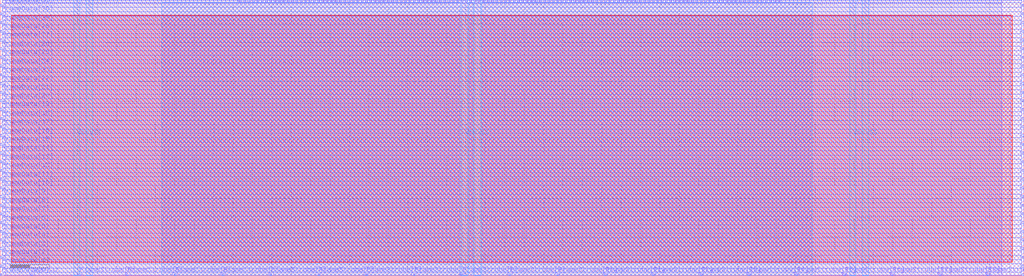
<source format=lef>
VERSION 5.7 ;
  NOWIREEXTENSIONATPIN ON ;
  DIVIDERCHAR "/" ;
  BUSBITCHARS "[]" ;
MACRO S_term_DSP
  CLASS BLOCK ;
  FOREIGN S_term_DSP ;
  ORIGIN 0.000 0.000 ;
  SIZE 263.760 BY 71.120 ;
  PIN FrameData[0]
    DIRECTION INPUT ;
    USE SIGNAL ;
    ANTENNAGATEAREA 1.102000 ;
    ANTENNADIFFAREA 0.410400 ;
    PORT
      LAYER Metal3 ;
        RECT 0.000 0.000 0.560 0.560 ;
    END
  END FrameData[0]
  PIN FrameData[10]
    DIRECTION INPUT ;
    USE SIGNAL ;
    ANTENNAGATEAREA 1.102000 ;
    ANTENNADIFFAREA 0.410400 ;
    PORT
      LAYER Metal3 ;
        RECT 0.000 22.400 0.560 22.960 ;
    END
  END FrameData[10]
  PIN FrameData[11]
    DIRECTION INPUT ;
    USE SIGNAL ;
    ANTENNAGATEAREA 1.102000 ;
    ANTENNADIFFAREA 0.410400 ;
    PORT
      LAYER Metal3 ;
        RECT 0.000 24.640 0.560 25.200 ;
    END
  END FrameData[11]
  PIN FrameData[12]
    DIRECTION INPUT ;
    USE SIGNAL ;
    ANTENNAGATEAREA 1.102000 ;
    ANTENNADIFFAREA 0.410400 ;
    PORT
      LAYER Metal3 ;
        RECT 0.000 26.880 0.560 27.440 ;
    END
  END FrameData[12]
  PIN FrameData[13]
    DIRECTION INPUT ;
    USE SIGNAL ;
    ANTENNAGATEAREA 1.102000 ;
    ANTENNADIFFAREA 0.410400 ;
    PORT
      LAYER Metal3 ;
        RECT 0.000 29.120 0.560 29.680 ;
    END
  END FrameData[13]
  PIN FrameData[14]
    DIRECTION INPUT ;
    USE SIGNAL ;
    ANTENNAGATEAREA 1.102000 ;
    ANTENNADIFFAREA 0.410400 ;
    PORT
      LAYER Metal3 ;
        RECT 0.000 31.360 0.560 31.920 ;
    END
  END FrameData[14]
  PIN FrameData[15]
    DIRECTION INPUT ;
    USE SIGNAL ;
    ANTENNAGATEAREA 1.102000 ;
    ANTENNADIFFAREA 0.410400 ;
    PORT
      LAYER Metal3 ;
        RECT 0.000 33.600 0.560 34.160 ;
    END
  END FrameData[15]
  PIN FrameData[16]
    DIRECTION INPUT ;
    USE SIGNAL ;
    ANTENNAGATEAREA 1.102000 ;
    ANTENNADIFFAREA 0.410400 ;
    PORT
      LAYER Metal3 ;
        RECT 0.000 35.840 0.560 36.400 ;
    END
  END FrameData[16]
  PIN FrameData[17]
    DIRECTION INPUT ;
    USE SIGNAL ;
    ANTENNAGATEAREA 1.102000 ;
    ANTENNADIFFAREA 0.410400 ;
    PORT
      LAYER Metal3 ;
        RECT 0.000 38.080 0.560 38.640 ;
    END
  END FrameData[17]
  PIN FrameData[18]
    DIRECTION INPUT ;
    USE SIGNAL ;
    ANTENNAGATEAREA 1.102000 ;
    ANTENNADIFFAREA 0.410400 ;
    PORT
      LAYER Metal3 ;
        RECT 0.000 40.320 0.560 40.880 ;
    END
  END FrameData[18]
  PIN FrameData[19]
    DIRECTION INPUT ;
    USE SIGNAL ;
    ANTENNAGATEAREA 1.102000 ;
    ANTENNADIFFAREA 0.410400 ;
    PORT
      LAYER Metal3 ;
        RECT 0.000 42.560 0.560 43.120 ;
    END
  END FrameData[19]
  PIN FrameData[1]
    DIRECTION INPUT ;
    USE SIGNAL ;
    ANTENNAGATEAREA 1.102000 ;
    ANTENNADIFFAREA 0.410400 ;
    PORT
      LAYER Metal3 ;
        RECT 0.000 2.240 0.560 2.800 ;
    END
  END FrameData[1]
  PIN FrameData[20]
    DIRECTION INPUT ;
    USE SIGNAL ;
    ANTENNAGATEAREA 1.102000 ;
    ANTENNADIFFAREA 0.410400 ;
    PORT
      LAYER Metal3 ;
        RECT 0.000 44.800 0.560 45.360 ;
    END
  END FrameData[20]
  PIN FrameData[21]
    DIRECTION INPUT ;
    USE SIGNAL ;
    ANTENNAGATEAREA 1.102000 ;
    ANTENNADIFFAREA 0.410400 ;
    PORT
      LAYER Metal3 ;
        RECT 0.000 47.040 0.560 47.600 ;
    END
  END FrameData[21]
  PIN FrameData[22]
    DIRECTION INPUT ;
    USE SIGNAL ;
    ANTENNAGATEAREA 1.102000 ;
    ANTENNADIFFAREA 0.410400 ;
    PORT
      LAYER Metal3 ;
        RECT 0.000 49.280 0.560 49.840 ;
    END
  END FrameData[22]
  PIN FrameData[23]
    DIRECTION INPUT ;
    USE SIGNAL ;
    ANTENNAGATEAREA 1.102000 ;
    ANTENNADIFFAREA 0.410400 ;
    PORT
      LAYER Metal3 ;
        RECT 0.000 51.520 0.560 52.080 ;
    END
  END FrameData[23]
  PIN FrameData[24]
    DIRECTION INPUT ;
    USE SIGNAL ;
    ANTENNAGATEAREA 1.102000 ;
    ANTENNADIFFAREA 0.410400 ;
    PORT
      LAYER Metal3 ;
        RECT 0.000 53.760 0.560 54.320 ;
    END
  END FrameData[24]
  PIN FrameData[25]
    DIRECTION INPUT ;
    USE SIGNAL ;
    ANTENNAGATEAREA 1.102000 ;
    ANTENNADIFFAREA 0.410400 ;
    PORT
      LAYER Metal3 ;
        RECT 0.000 56.000 0.560 56.560 ;
    END
  END FrameData[25]
  PIN FrameData[26]
    DIRECTION INPUT ;
    USE SIGNAL ;
    ANTENNAGATEAREA 1.102000 ;
    ANTENNADIFFAREA 0.410400 ;
    PORT
      LAYER Metal3 ;
        RECT 0.000 58.240 0.560 58.800 ;
    END
  END FrameData[26]
  PIN FrameData[27]
    DIRECTION INPUT ;
    USE SIGNAL ;
    ANTENNAGATEAREA 1.102000 ;
    ANTENNADIFFAREA 0.410400 ;
    PORT
      LAYER Metal3 ;
        RECT 0.000 60.480 0.560 61.040 ;
    END
  END FrameData[27]
  PIN FrameData[28]
    DIRECTION INPUT ;
    USE SIGNAL ;
    ANTENNAGATEAREA 1.102000 ;
    ANTENNADIFFAREA 0.410400 ;
    PORT
      LAYER Metal3 ;
        RECT 0.000 62.720 0.560 63.280 ;
    END
  END FrameData[28]
  PIN FrameData[29]
    DIRECTION INPUT ;
    USE SIGNAL ;
    ANTENNAGATEAREA 1.102000 ;
    ANTENNADIFFAREA 0.410400 ;
    PORT
      LAYER Metal3 ;
        RECT 0.000 64.960 0.560 65.520 ;
    END
  END FrameData[29]
  PIN FrameData[2]
    DIRECTION INPUT ;
    USE SIGNAL ;
    ANTENNAGATEAREA 1.102000 ;
    ANTENNADIFFAREA 0.410400 ;
    PORT
      LAYER Metal3 ;
        RECT 0.000 4.480 0.560 5.040 ;
    END
  END FrameData[2]
  PIN FrameData[30]
    DIRECTION INPUT ;
    USE SIGNAL ;
    ANTENNAGATEAREA 1.102000 ;
    ANTENNADIFFAREA 0.410400 ;
    PORT
      LAYER Metal3 ;
        RECT 0.000 67.200 0.560 67.760 ;
    END
  END FrameData[30]
  PIN FrameData[31]
    DIRECTION INPUT ;
    USE SIGNAL ;
    ANTENNAGATEAREA 1.102000 ;
    ANTENNADIFFAREA 0.410400 ;
    PORT
      LAYER Metal3 ;
        RECT 0.000 69.440 0.560 70.000 ;
    END
  END FrameData[31]
  PIN FrameData[3]
    DIRECTION INPUT ;
    USE SIGNAL ;
    ANTENNAGATEAREA 1.102000 ;
    ANTENNADIFFAREA 0.410400 ;
    PORT
      LAYER Metal3 ;
        RECT 0.000 6.720 0.560 7.280 ;
    END
  END FrameData[3]
  PIN FrameData[4]
    DIRECTION INPUT ;
    USE SIGNAL ;
    ANTENNAGATEAREA 1.102000 ;
    ANTENNADIFFAREA 0.410400 ;
    PORT
      LAYER Metal3 ;
        RECT 0.000 8.960 0.560 9.520 ;
    END
  END FrameData[4]
  PIN FrameData[5]
    DIRECTION INPUT ;
    USE SIGNAL ;
    ANTENNAGATEAREA 1.102000 ;
    ANTENNADIFFAREA 0.410400 ;
    PORT
      LAYER Metal3 ;
        RECT 0.000 11.200 0.560 11.760 ;
    END
  END FrameData[5]
  PIN FrameData[6]
    DIRECTION INPUT ;
    USE SIGNAL ;
    ANTENNAGATEAREA 1.102000 ;
    ANTENNADIFFAREA 0.410400 ;
    PORT
      LAYER Metal3 ;
        RECT 0.000 13.440 0.560 14.000 ;
    END
  END FrameData[6]
  PIN FrameData[7]
    DIRECTION INPUT ;
    USE SIGNAL ;
    ANTENNAGATEAREA 1.102000 ;
    ANTENNADIFFAREA 0.410400 ;
    PORT
      LAYER Metal3 ;
        RECT 0.000 15.680 0.560 16.240 ;
    END
  END FrameData[7]
  PIN FrameData[8]
    DIRECTION INPUT ;
    USE SIGNAL ;
    ANTENNAGATEAREA 1.102000 ;
    ANTENNADIFFAREA 0.410400 ;
    PORT
      LAYER Metal3 ;
        RECT 0.000 17.920 0.560 18.480 ;
    END
  END FrameData[8]
  PIN FrameData[9]
    DIRECTION INPUT ;
    USE SIGNAL ;
    ANTENNAGATEAREA 1.102000 ;
    ANTENNADIFFAREA 0.410400 ;
    PORT
      LAYER Metal3 ;
        RECT 0.000 20.160 0.560 20.720 ;
    END
  END FrameData[9]
  PIN FrameData_O[0]
    DIRECTION OUTPUT ;
    USE SIGNAL ;
    ANTENNADIFFAREA 2.365600 ;
    PORT
      LAYER Metal3 ;
        RECT 263.200 0.000 263.760 0.560 ;
    END
  END FrameData_O[0]
  PIN FrameData_O[10]
    DIRECTION OUTPUT ;
    USE SIGNAL ;
    ANTENNADIFFAREA 2.365600 ;
    PORT
      LAYER Metal3 ;
        RECT 263.200 22.400 263.760 22.960 ;
    END
  END FrameData_O[10]
  PIN FrameData_O[11]
    DIRECTION OUTPUT ;
    USE SIGNAL ;
    ANTENNADIFFAREA 2.365600 ;
    PORT
      LAYER Metal3 ;
        RECT 263.200 24.640 263.760 25.200 ;
    END
  END FrameData_O[11]
  PIN FrameData_O[12]
    DIRECTION OUTPUT ;
    USE SIGNAL ;
    ANTENNADIFFAREA 2.365600 ;
    PORT
      LAYER Metal3 ;
        RECT 263.200 26.880 263.760 27.440 ;
    END
  END FrameData_O[12]
  PIN FrameData_O[13]
    DIRECTION OUTPUT ;
    USE SIGNAL ;
    ANTENNADIFFAREA 2.365600 ;
    PORT
      LAYER Metal3 ;
        RECT 263.200 29.120 263.760 29.680 ;
    END
  END FrameData_O[13]
  PIN FrameData_O[14]
    DIRECTION OUTPUT ;
    USE SIGNAL ;
    ANTENNADIFFAREA 2.365600 ;
    PORT
      LAYER Metal3 ;
        RECT 263.200 31.360 263.760 31.920 ;
    END
  END FrameData_O[14]
  PIN FrameData_O[15]
    DIRECTION OUTPUT ;
    USE SIGNAL ;
    ANTENNADIFFAREA 2.365600 ;
    PORT
      LAYER Metal3 ;
        RECT 263.200 33.600 263.760 34.160 ;
    END
  END FrameData_O[15]
  PIN FrameData_O[16]
    DIRECTION OUTPUT ;
    USE SIGNAL ;
    ANTENNADIFFAREA 2.365600 ;
    PORT
      LAYER Metal3 ;
        RECT 263.200 35.840 263.760 36.400 ;
    END
  END FrameData_O[16]
  PIN FrameData_O[17]
    DIRECTION OUTPUT ;
    USE SIGNAL ;
    ANTENNADIFFAREA 2.365600 ;
    PORT
      LAYER Metal3 ;
        RECT 263.200 38.080 263.760 38.640 ;
    END
  END FrameData_O[17]
  PIN FrameData_O[18]
    DIRECTION OUTPUT ;
    USE SIGNAL ;
    ANTENNADIFFAREA 2.365600 ;
    PORT
      LAYER Metal3 ;
        RECT 263.200 40.320 263.760 40.880 ;
    END
  END FrameData_O[18]
  PIN FrameData_O[19]
    DIRECTION OUTPUT ;
    USE SIGNAL ;
    ANTENNADIFFAREA 2.365600 ;
    PORT
      LAYER Metal3 ;
        RECT 263.200 42.560 263.760 43.120 ;
    END
  END FrameData_O[19]
  PIN FrameData_O[1]
    DIRECTION OUTPUT ;
    USE SIGNAL ;
    ANTENNADIFFAREA 2.365600 ;
    PORT
      LAYER Metal3 ;
        RECT 263.200 2.240 263.760 2.800 ;
    END
  END FrameData_O[1]
  PIN FrameData_O[20]
    DIRECTION OUTPUT ;
    USE SIGNAL ;
    ANTENNADIFFAREA 2.365600 ;
    PORT
      LAYER Metal3 ;
        RECT 263.200 44.800 263.760 45.360 ;
    END
  END FrameData_O[20]
  PIN FrameData_O[21]
    DIRECTION OUTPUT ;
    USE SIGNAL ;
    ANTENNADIFFAREA 2.365600 ;
    PORT
      LAYER Metal3 ;
        RECT 263.200 47.040 263.760 47.600 ;
    END
  END FrameData_O[21]
  PIN FrameData_O[22]
    DIRECTION OUTPUT ;
    USE SIGNAL ;
    ANTENNADIFFAREA 2.365600 ;
    PORT
      LAYER Metal3 ;
        RECT 263.200 49.280 263.760 49.840 ;
    END
  END FrameData_O[22]
  PIN FrameData_O[23]
    DIRECTION OUTPUT ;
    USE SIGNAL ;
    ANTENNADIFFAREA 2.365600 ;
    PORT
      LAYER Metal3 ;
        RECT 263.200 51.520 263.760 52.080 ;
    END
  END FrameData_O[23]
  PIN FrameData_O[24]
    DIRECTION OUTPUT ;
    USE SIGNAL ;
    ANTENNADIFFAREA 2.365600 ;
    PORT
      LAYER Metal3 ;
        RECT 263.200 53.760 263.760 54.320 ;
    END
  END FrameData_O[24]
  PIN FrameData_O[25]
    DIRECTION OUTPUT ;
    USE SIGNAL ;
    ANTENNADIFFAREA 2.365600 ;
    PORT
      LAYER Metal3 ;
        RECT 263.200 56.000 263.760 56.560 ;
    END
  END FrameData_O[25]
  PIN FrameData_O[26]
    DIRECTION OUTPUT ;
    USE SIGNAL ;
    ANTENNADIFFAREA 2.365600 ;
    PORT
      LAYER Metal3 ;
        RECT 263.200 58.240 263.760 58.800 ;
    END
  END FrameData_O[26]
  PIN FrameData_O[27]
    DIRECTION OUTPUT ;
    USE SIGNAL ;
    ANTENNADIFFAREA 2.365600 ;
    PORT
      LAYER Metal3 ;
        RECT 263.200 60.480 263.760 61.040 ;
    END
  END FrameData_O[27]
  PIN FrameData_O[28]
    DIRECTION OUTPUT ;
    USE SIGNAL ;
    ANTENNADIFFAREA 2.365600 ;
    PORT
      LAYER Metal3 ;
        RECT 263.200 62.720 263.760 63.280 ;
    END
  END FrameData_O[28]
  PIN FrameData_O[29]
    DIRECTION OUTPUT ;
    USE SIGNAL ;
    ANTENNADIFFAREA 2.365600 ;
    PORT
      LAYER Metal3 ;
        RECT 263.200 64.960 263.760 65.520 ;
    END
  END FrameData_O[29]
  PIN FrameData_O[2]
    DIRECTION OUTPUT ;
    USE SIGNAL ;
    ANTENNADIFFAREA 2.365600 ;
    PORT
      LAYER Metal3 ;
        RECT 263.200 4.480 263.760 5.040 ;
    END
  END FrameData_O[2]
  PIN FrameData_O[30]
    DIRECTION OUTPUT ;
    USE SIGNAL ;
    ANTENNADIFFAREA 2.365600 ;
    PORT
      LAYER Metal3 ;
        RECT 263.200 67.200 263.760 67.760 ;
    END
  END FrameData_O[30]
  PIN FrameData_O[31]
    DIRECTION OUTPUT ;
    USE SIGNAL ;
    ANTENNADIFFAREA 2.365600 ;
    PORT
      LAYER Metal3 ;
        RECT 263.200 69.440 263.760 70.000 ;
    END
  END FrameData_O[31]
  PIN FrameData_O[3]
    DIRECTION OUTPUT ;
    USE SIGNAL ;
    ANTENNADIFFAREA 2.365600 ;
    PORT
      LAYER Metal3 ;
        RECT 263.200 6.720 263.760 7.280 ;
    END
  END FrameData_O[3]
  PIN FrameData_O[4]
    DIRECTION OUTPUT ;
    USE SIGNAL ;
    ANTENNADIFFAREA 2.365600 ;
    PORT
      LAYER Metal3 ;
        RECT 263.200 8.960 263.760 9.520 ;
    END
  END FrameData_O[4]
  PIN FrameData_O[5]
    DIRECTION OUTPUT ;
    USE SIGNAL ;
    ANTENNADIFFAREA 2.365600 ;
    PORT
      LAYER Metal3 ;
        RECT 263.200 11.200 263.760 11.760 ;
    END
  END FrameData_O[5]
  PIN FrameData_O[6]
    DIRECTION OUTPUT ;
    USE SIGNAL ;
    ANTENNADIFFAREA 2.365600 ;
    PORT
      LAYER Metal3 ;
        RECT 263.200 13.440 263.760 14.000 ;
    END
  END FrameData_O[6]
  PIN FrameData_O[7]
    DIRECTION OUTPUT ;
    USE SIGNAL ;
    ANTENNADIFFAREA 2.365600 ;
    PORT
      LAYER Metal3 ;
        RECT 263.200 15.680 263.760 16.240 ;
    END
  END FrameData_O[7]
  PIN FrameData_O[8]
    DIRECTION OUTPUT ;
    USE SIGNAL ;
    ANTENNADIFFAREA 2.365600 ;
    PORT
      LAYER Metal3 ;
        RECT 263.200 17.920 263.760 18.480 ;
    END
  END FrameData_O[8]
  PIN FrameData_O[9]
    DIRECTION OUTPUT ;
    USE SIGNAL ;
    ANTENNADIFFAREA 2.365600 ;
    PORT
      LAYER Metal3 ;
        RECT 263.200 20.160 263.760 20.720 ;
    END
  END FrameData_O[9]
  PIN FrameStrobe[0]
    DIRECTION INPUT ;
    USE SIGNAL ;
    ANTENNAGATEAREA 1.102000 ;
    ANTENNADIFFAREA 0.410400 ;
    PORT
      LAYER Metal2 ;
        RECT 20.160 0.000 20.720 0.560 ;
    END
  END FrameStrobe[0]
  PIN FrameStrobe[10]
    DIRECTION INPUT ;
    USE SIGNAL ;
    ANTENNAGATEAREA 1.102000 ;
    ANTENNADIFFAREA 0.410400 ;
    PORT
      LAYER Metal2 ;
        RECT 143.360 0.000 143.920 0.560 ;
    END
  END FrameStrobe[10]
  PIN FrameStrobe[11]
    DIRECTION INPUT ;
    USE SIGNAL ;
    ANTENNAGATEAREA 1.102000 ;
    ANTENNADIFFAREA 0.410400 ;
    PORT
      LAYER Metal2 ;
        RECT 155.680 0.000 156.240 0.560 ;
    END
  END FrameStrobe[11]
  PIN FrameStrobe[12]
    DIRECTION INPUT ;
    USE SIGNAL ;
    ANTENNAGATEAREA 1.102000 ;
    ANTENNADIFFAREA 0.410400 ;
    PORT
      LAYER Metal2 ;
        RECT 168.000 0.000 168.560 0.560 ;
    END
  END FrameStrobe[12]
  PIN FrameStrobe[13]
    DIRECTION INPUT ;
    USE SIGNAL ;
    ANTENNAGATEAREA 1.102000 ;
    ANTENNADIFFAREA 0.410400 ;
    PORT
      LAYER Metal2 ;
        RECT 180.320 0.000 180.880 0.560 ;
    END
  END FrameStrobe[13]
  PIN FrameStrobe[14]
    DIRECTION INPUT ;
    USE SIGNAL ;
    ANTENNAGATEAREA 1.102000 ;
    ANTENNADIFFAREA 0.410400 ;
    PORT
      LAYER Metal2 ;
        RECT 192.640 0.000 193.200 0.560 ;
    END
  END FrameStrobe[14]
  PIN FrameStrobe[15]
    DIRECTION INPUT ;
    USE SIGNAL ;
    ANTENNAGATEAREA 1.102000 ;
    ANTENNADIFFAREA 0.410400 ;
    PORT
      LAYER Metal2 ;
        RECT 204.960 0.000 205.520 0.560 ;
    END
  END FrameStrobe[15]
  PIN FrameStrobe[16]
    DIRECTION INPUT ;
    USE SIGNAL ;
    ANTENNAGATEAREA 1.102000 ;
    ANTENNADIFFAREA 0.410400 ;
    PORT
      LAYER Metal2 ;
        RECT 217.280 0.000 217.840 0.560 ;
    END
  END FrameStrobe[16]
  PIN FrameStrobe[17]
    DIRECTION INPUT ;
    USE SIGNAL ;
    ANTENNAGATEAREA 1.102000 ;
    ANTENNADIFFAREA 0.410400 ;
    PORT
      LAYER Metal2 ;
        RECT 229.600 0.000 230.160 0.560 ;
    END
  END FrameStrobe[17]
  PIN FrameStrobe[18]
    DIRECTION INPUT ;
    USE SIGNAL ;
    ANTENNAGATEAREA 1.102000 ;
    ANTENNADIFFAREA 0.410400 ;
    PORT
      LAYER Metal2 ;
        RECT 241.920 0.000 242.480 0.560 ;
    END
  END FrameStrobe[18]
  PIN FrameStrobe[19]
    DIRECTION INPUT ;
    USE SIGNAL ;
    ANTENNAGATEAREA 1.102000 ;
    ANTENNADIFFAREA 0.410400 ;
    PORT
      LAYER Metal2 ;
        RECT 254.240 0.000 254.800 0.560 ;
    END
  END FrameStrobe[19]
  PIN FrameStrobe[1]
    DIRECTION INPUT ;
    USE SIGNAL ;
    ANTENNAGATEAREA 1.102000 ;
    ANTENNADIFFAREA 0.410400 ;
    PORT
      LAYER Metal2 ;
        RECT 32.480 0.000 33.040 0.560 ;
    END
  END FrameStrobe[1]
  PIN FrameStrobe[2]
    DIRECTION INPUT ;
    USE SIGNAL ;
    ANTENNAGATEAREA 1.102000 ;
    ANTENNADIFFAREA 0.410400 ;
    PORT
      LAYER Metal2 ;
        RECT 44.800 0.000 45.360 0.560 ;
    END
  END FrameStrobe[2]
  PIN FrameStrobe[3]
    DIRECTION INPUT ;
    USE SIGNAL ;
    ANTENNAGATEAREA 1.102000 ;
    ANTENNADIFFAREA 0.410400 ;
    PORT
      LAYER Metal2 ;
        RECT 57.120 0.000 57.680 0.560 ;
    END
  END FrameStrobe[3]
  PIN FrameStrobe[4]
    DIRECTION INPUT ;
    USE SIGNAL ;
    ANTENNAGATEAREA 1.102000 ;
    ANTENNADIFFAREA 0.410400 ;
    PORT
      LAYER Metal2 ;
        RECT 69.440 0.000 70.000 0.560 ;
    END
  END FrameStrobe[4]
  PIN FrameStrobe[5]
    DIRECTION INPUT ;
    USE SIGNAL ;
    ANTENNAGATEAREA 1.102000 ;
    ANTENNADIFFAREA 0.410400 ;
    PORT
      LAYER Metal2 ;
        RECT 81.760 0.000 82.320 0.560 ;
    END
  END FrameStrobe[5]
  PIN FrameStrobe[6]
    DIRECTION INPUT ;
    USE SIGNAL ;
    ANTENNAGATEAREA 1.102000 ;
    ANTENNADIFFAREA 0.410400 ;
    PORT
      LAYER Metal2 ;
        RECT 94.080 0.000 94.640 0.560 ;
    END
  END FrameStrobe[6]
  PIN FrameStrobe[7]
    DIRECTION INPUT ;
    USE SIGNAL ;
    ANTENNAGATEAREA 1.102000 ;
    ANTENNADIFFAREA 0.410400 ;
    PORT
      LAYER Metal2 ;
        RECT 106.400 0.000 106.960 0.560 ;
    END
  END FrameStrobe[7]
  PIN FrameStrobe[8]
    DIRECTION INPUT ;
    USE SIGNAL ;
    ANTENNAGATEAREA 1.102000 ;
    ANTENNADIFFAREA 0.410400 ;
    PORT
      LAYER Metal2 ;
        RECT 118.720 0.000 119.280 0.560 ;
    END
  END FrameStrobe[8]
  PIN FrameStrobe[9]
    DIRECTION INPUT ;
    USE SIGNAL ;
    ANTENNAGATEAREA 1.102000 ;
    ANTENNADIFFAREA 0.410400 ;
    PORT
      LAYER Metal2 ;
        RECT 131.040 0.000 131.600 0.560 ;
    END
  END FrameStrobe[9]
  PIN FrameStrobe_O[0]
    DIRECTION OUTPUT ;
    USE SIGNAL ;
    ANTENNADIFFAREA 2.365600 ;
    PORT
      LAYER Metal2 ;
        RECT 179.200 70.560 179.760 71.120 ;
    END
  END FrameStrobe_O[0]
  PIN FrameStrobe_O[10]
    DIRECTION OUTPUT ;
    USE SIGNAL ;
    ANTENNADIFFAREA 2.365600 ;
    PORT
      LAYER Metal2 ;
        RECT 190.400 70.560 190.960 71.120 ;
    END
  END FrameStrobe_O[10]
  PIN FrameStrobe_O[11]
    DIRECTION OUTPUT ;
    USE SIGNAL ;
    ANTENNADIFFAREA 2.365600 ;
    PORT
      LAYER Metal2 ;
        RECT 191.520 70.560 192.080 71.120 ;
    END
  END FrameStrobe_O[11]
  PIN FrameStrobe_O[12]
    DIRECTION OUTPUT ;
    USE SIGNAL ;
    ANTENNADIFFAREA 2.365600 ;
    PORT
      LAYER Metal2 ;
        RECT 192.640 70.560 193.200 71.120 ;
    END
  END FrameStrobe_O[12]
  PIN FrameStrobe_O[13]
    DIRECTION OUTPUT ;
    USE SIGNAL ;
    ANTENNADIFFAREA 2.365600 ;
    PORT
      LAYER Metal2 ;
        RECT 193.760 70.560 194.320 71.120 ;
    END
  END FrameStrobe_O[13]
  PIN FrameStrobe_O[14]
    DIRECTION OUTPUT ;
    USE SIGNAL ;
    ANTENNADIFFAREA 2.365600 ;
    PORT
      LAYER Metal2 ;
        RECT 194.880 70.560 195.440 71.120 ;
    END
  END FrameStrobe_O[14]
  PIN FrameStrobe_O[15]
    DIRECTION OUTPUT ;
    USE SIGNAL ;
    ANTENNADIFFAREA 2.365600 ;
    PORT
      LAYER Metal2 ;
        RECT 196.000 70.560 196.560 71.120 ;
    END
  END FrameStrobe_O[15]
  PIN FrameStrobe_O[16]
    DIRECTION OUTPUT ;
    USE SIGNAL ;
    ANTENNADIFFAREA 2.365600 ;
    PORT
      LAYER Metal2 ;
        RECT 197.120 70.560 197.680 71.120 ;
    END
  END FrameStrobe_O[16]
  PIN FrameStrobe_O[17]
    DIRECTION OUTPUT ;
    USE SIGNAL ;
    ANTENNADIFFAREA 2.365600 ;
    PORT
      LAYER Metal2 ;
        RECT 198.240 70.560 198.800 71.120 ;
    END
  END FrameStrobe_O[17]
  PIN FrameStrobe_O[18]
    DIRECTION OUTPUT ;
    USE SIGNAL ;
    ANTENNADIFFAREA 2.365600 ;
    PORT
      LAYER Metal2 ;
        RECT 199.360 70.560 199.920 71.120 ;
    END
  END FrameStrobe_O[18]
  PIN FrameStrobe_O[19]
    DIRECTION OUTPUT ;
    USE SIGNAL ;
    ANTENNADIFFAREA 2.365600 ;
    PORT
      LAYER Metal2 ;
        RECT 200.480 70.560 201.040 71.120 ;
    END
  END FrameStrobe_O[19]
  PIN FrameStrobe_O[1]
    DIRECTION OUTPUT ;
    USE SIGNAL ;
    ANTENNADIFFAREA 2.365600 ;
    PORT
      LAYER Metal2 ;
        RECT 180.320 70.560 180.880 71.120 ;
    END
  END FrameStrobe_O[1]
  PIN FrameStrobe_O[2]
    DIRECTION OUTPUT ;
    USE SIGNAL ;
    ANTENNADIFFAREA 2.365600 ;
    PORT
      LAYER Metal2 ;
        RECT 181.440 70.560 182.000 71.120 ;
    END
  END FrameStrobe_O[2]
  PIN FrameStrobe_O[3]
    DIRECTION OUTPUT ;
    USE SIGNAL ;
    ANTENNADIFFAREA 2.365600 ;
    PORT
      LAYER Metal2 ;
        RECT 182.560 70.560 183.120 71.120 ;
    END
  END FrameStrobe_O[3]
  PIN FrameStrobe_O[4]
    DIRECTION OUTPUT ;
    USE SIGNAL ;
    ANTENNADIFFAREA 2.365600 ;
    PORT
      LAYER Metal2 ;
        RECT 183.680 70.560 184.240 71.120 ;
    END
  END FrameStrobe_O[4]
  PIN FrameStrobe_O[5]
    DIRECTION OUTPUT ;
    USE SIGNAL ;
    ANTENNADIFFAREA 2.365600 ;
    PORT
      LAYER Metal2 ;
        RECT 184.800 70.560 185.360 71.120 ;
    END
  END FrameStrobe_O[5]
  PIN FrameStrobe_O[6]
    DIRECTION OUTPUT ;
    USE SIGNAL ;
    ANTENNADIFFAREA 2.365600 ;
    PORT
      LAYER Metal2 ;
        RECT 185.920 70.560 186.480 71.120 ;
    END
  END FrameStrobe_O[6]
  PIN FrameStrobe_O[7]
    DIRECTION OUTPUT ;
    USE SIGNAL ;
    ANTENNADIFFAREA 2.365600 ;
    PORT
      LAYER Metal2 ;
        RECT 187.040 70.560 187.600 71.120 ;
    END
  END FrameStrobe_O[7]
  PIN FrameStrobe_O[8]
    DIRECTION OUTPUT ;
    USE SIGNAL ;
    ANTENNADIFFAREA 2.365600 ;
    PORT
      LAYER Metal2 ;
        RECT 188.160 70.560 188.720 71.120 ;
    END
  END FrameStrobe_O[8]
  PIN FrameStrobe_O[9]
    DIRECTION OUTPUT ;
    USE SIGNAL ;
    ANTENNADIFFAREA 2.365600 ;
    PORT
      LAYER Metal2 ;
        RECT 189.280 70.560 189.840 71.120 ;
    END
  END FrameStrobe_O[9]
  PIN N1BEG[0]
    DIRECTION OUTPUT ;
    USE SIGNAL ;
    ANTENNADIFFAREA 2.365600 ;
    PORT
      LAYER Metal2 ;
        RECT 61.600 70.560 62.160 71.120 ;
    END
  END N1BEG[0]
  PIN N1BEG[1]
    DIRECTION OUTPUT ;
    USE SIGNAL ;
    ANTENNADIFFAREA 2.365600 ;
    PORT
      LAYER Metal2 ;
        RECT 62.720 70.560 63.280 71.120 ;
    END
  END N1BEG[1]
  PIN N1BEG[2]
    DIRECTION OUTPUT ;
    USE SIGNAL ;
    ANTENNADIFFAREA 2.365600 ;
    PORT
      LAYER Metal2 ;
        RECT 63.840 70.560 64.400 71.120 ;
    END
  END N1BEG[2]
  PIN N1BEG[3]
    DIRECTION OUTPUT ;
    USE SIGNAL ;
    ANTENNADIFFAREA 2.365600 ;
    PORT
      LAYER Metal2 ;
        RECT 64.960 70.560 65.520 71.120 ;
    END
  END N1BEG[3]
  PIN N2BEG[0]
    DIRECTION OUTPUT ;
    USE SIGNAL ;
    ANTENNADIFFAREA 2.365600 ;
    PORT
      LAYER Metal2 ;
        RECT 66.080 70.560 66.640 71.120 ;
    END
  END N2BEG[0]
  PIN N2BEG[1]
    DIRECTION OUTPUT ;
    USE SIGNAL ;
    ANTENNADIFFAREA 2.365600 ;
    PORT
      LAYER Metal2 ;
        RECT 67.200 70.560 67.760 71.120 ;
    END
  END N2BEG[1]
  PIN N2BEG[2]
    DIRECTION OUTPUT ;
    USE SIGNAL ;
    ANTENNADIFFAREA 2.365600 ;
    PORT
      LAYER Metal2 ;
        RECT 68.320 70.560 68.880 71.120 ;
    END
  END N2BEG[2]
  PIN N2BEG[3]
    DIRECTION OUTPUT ;
    USE SIGNAL ;
    ANTENNADIFFAREA 2.365600 ;
    PORT
      LAYER Metal2 ;
        RECT 69.440 70.560 70.000 71.120 ;
    END
  END N2BEG[3]
  PIN N2BEG[4]
    DIRECTION OUTPUT ;
    USE SIGNAL ;
    ANTENNADIFFAREA 2.365600 ;
    PORT
      LAYER Metal2 ;
        RECT 70.560 70.560 71.120 71.120 ;
    END
  END N2BEG[4]
  PIN N2BEG[5]
    DIRECTION OUTPUT ;
    USE SIGNAL ;
    ANTENNADIFFAREA 2.365600 ;
    PORT
      LAYER Metal2 ;
        RECT 71.680 70.560 72.240 71.120 ;
    END
  END N2BEG[5]
  PIN N2BEG[6]
    DIRECTION OUTPUT ;
    USE SIGNAL ;
    ANTENNADIFFAREA 2.365600 ;
    PORT
      LAYER Metal2 ;
        RECT 72.800 70.560 73.360 71.120 ;
    END
  END N2BEG[6]
  PIN N2BEG[7]
    DIRECTION OUTPUT ;
    USE SIGNAL ;
    ANTENNADIFFAREA 2.365600 ;
    PORT
      LAYER Metal2 ;
        RECT 73.920 70.560 74.480 71.120 ;
    END
  END N2BEG[7]
  PIN N2BEGb[0]
    DIRECTION OUTPUT ;
    USE SIGNAL ;
    ANTENNADIFFAREA 2.365600 ;
    PORT
      LAYER Metal2 ;
        RECT 75.040 70.560 75.600 71.120 ;
    END
  END N2BEGb[0]
  PIN N2BEGb[1]
    DIRECTION OUTPUT ;
    USE SIGNAL ;
    ANTENNADIFFAREA 2.365600 ;
    PORT
      LAYER Metal2 ;
        RECT 76.160 70.560 76.720 71.120 ;
    END
  END N2BEGb[1]
  PIN N2BEGb[2]
    DIRECTION OUTPUT ;
    USE SIGNAL ;
    ANTENNADIFFAREA 2.365600 ;
    PORT
      LAYER Metal2 ;
        RECT 77.280 70.560 77.840 71.120 ;
    END
  END N2BEGb[2]
  PIN N2BEGb[3]
    DIRECTION OUTPUT ;
    USE SIGNAL ;
    ANTENNADIFFAREA 2.365600 ;
    PORT
      LAYER Metal2 ;
        RECT 78.400 70.560 78.960 71.120 ;
    END
  END N2BEGb[3]
  PIN N2BEGb[4]
    DIRECTION OUTPUT ;
    USE SIGNAL ;
    ANTENNADIFFAREA 2.365600 ;
    PORT
      LAYER Metal2 ;
        RECT 79.520 70.560 80.080 71.120 ;
    END
  END N2BEGb[4]
  PIN N2BEGb[5]
    DIRECTION OUTPUT ;
    USE SIGNAL ;
    ANTENNADIFFAREA 2.365600 ;
    PORT
      LAYER Metal2 ;
        RECT 80.640 70.560 81.200 71.120 ;
    END
  END N2BEGb[5]
  PIN N2BEGb[6]
    DIRECTION OUTPUT ;
    USE SIGNAL ;
    ANTENNADIFFAREA 2.365600 ;
    PORT
      LAYER Metal2 ;
        RECT 81.760 70.560 82.320 71.120 ;
    END
  END N2BEGb[6]
  PIN N2BEGb[7]
    DIRECTION OUTPUT ;
    USE SIGNAL ;
    ANTENNADIFFAREA 2.365600 ;
    PORT
      LAYER Metal2 ;
        RECT 82.880 70.560 83.440 71.120 ;
    END
  END N2BEGb[7]
  PIN N4BEG[0]
    DIRECTION OUTPUT ;
    USE SIGNAL ;
    ANTENNADIFFAREA 2.365600 ;
    PORT
      LAYER Metal2 ;
        RECT 84.000 70.560 84.560 71.120 ;
    END
  END N4BEG[0]
  PIN N4BEG[10]
    DIRECTION OUTPUT ;
    USE SIGNAL ;
    ANTENNADIFFAREA 2.365600 ;
    PORT
      LAYER Metal2 ;
        RECT 95.200 70.560 95.760 71.120 ;
    END
  END N4BEG[10]
  PIN N4BEG[11]
    DIRECTION OUTPUT ;
    USE SIGNAL ;
    ANTENNADIFFAREA 2.365600 ;
    PORT
      LAYER Metal2 ;
        RECT 96.320 70.560 96.880 71.120 ;
    END
  END N4BEG[11]
  PIN N4BEG[12]
    DIRECTION OUTPUT ;
    USE SIGNAL ;
    ANTENNADIFFAREA 2.365600 ;
    PORT
      LAYER Metal2 ;
        RECT 97.440 70.560 98.000 71.120 ;
    END
  END N4BEG[12]
  PIN N4BEG[13]
    DIRECTION OUTPUT ;
    USE SIGNAL ;
    ANTENNADIFFAREA 2.365600 ;
    PORT
      LAYER Metal2 ;
        RECT 98.560 70.560 99.120 71.120 ;
    END
  END N4BEG[13]
  PIN N4BEG[14]
    DIRECTION OUTPUT ;
    USE SIGNAL ;
    ANTENNADIFFAREA 2.365600 ;
    PORT
      LAYER Metal2 ;
        RECT 99.680 70.560 100.240 71.120 ;
    END
  END N4BEG[14]
  PIN N4BEG[15]
    DIRECTION OUTPUT ;
    USE SIGNAL ;
    ANTENNADIFFAREA 2.365600 ;
    PORT
      LAYER Metal2 ;
        RECT 100.800 70.560 101.360 71.120 ;
    END
  END N4BEG[15]
  PIN N4BEG[1]
    DIRECTION OUTPUT ;
    USE SIGNAL ;
    ANTENNADIFFAREA 2.365600 ;
    PORT
      LAYER Metal2 ;
        RECT 85.120 70.560 85.680 71.120 ;
    END
  END N4BEG[1]
  PIN N4BEG[2]
    DIRECTION OUTPUT ;
    USE SIGNAL ;
    ANTENNADIFFAREA 2.365600 ;
    PORT
      LAYER Metal2 ;
        RECT 86.240 70.560 86.800 71.120 ;
    END
  END N4BEG[2]
  PIN N4BEG[3]
    DIRECTION OUTPUT ;
    USE SIGNAL ;
    ANTENNADIFFAREA 2.365600 ;
    PORT
      LAYER Metal2 ;
        RECT 87.360 70.560 87.920 71.120 ;
    END
  END N4BEG[3]
  PIN N4BEG[4]
    DIRECTION OUTPUT ;
    USE SIGNAL ;
    ANTENNADIFFAREA 2.365600 ;
    PORT
      LAYER Metal2 ;
        RECT 88.480 70.560 89.040 71.120 ;
    END
  END N4BEG[4]
  PIN N4BEG[5]
    DIRECTION OUTPUT ;
    USE SIGNAL ;
    ANTENNADIFFAREA 2.365600 ;
    PORT
      LAYER Metal2 ;
        RECT 89.600 70.560 90.160 71.120 ;
    END
  END N4BEG[5]
  PIN N4BEG[6]
    DIRECTION OUTPUT ;
    USE SIGNAL ;
    ANTENNADIFFAREA 2.365600 ;
    PORT
      LAYER Metal2 ;
        RECT 90.720 70.560 91.280 71.120 ;
    END
  END N4BEG[6]
  PIN N4BEG[7]
    DIRECTION OUTPUT ;
    USE SIGNAL ;
    ANTENNADIFFAREA 2.365600 ;
    PORT
      LAYER Metal2 ;
        RECT 91.840 70.560 92.400 71.120 ;
    END
  END N4BEG[7]
  PIN N4BEG[8]
    DIRECTION OUTPUT ;
    USE SIGNAL ;
    ANTENNADIFFAREA 2.365600 ;
    PORT
      LAYER Metal2 ;
        RECT 92.960 70.560 93.520 71.120 ;
    END
  END N4BEG[8]
  PIN N4BEG[9]
    DIRECTION OUTPUT ;
    USE SIGNAL ;
    ANTENNADIFFAREA 2.365600 ;
    PORT
      LAYER Metal2 ;
        RECT 94.080 70.560 94.640 71.120 ;
    END
  END N4BEG[9]
  PIN NN4BEG[0]
    DIRECTION OUTPUT ;
    USE SIGNAL ;
    ANTENNADIFFAREA 2.365600 ;
    PORT
      LAYER Metal2 ;
        RECT 101.920 70.560 102.480 71.120 ;
    END
  END NN4BEG[0]
  PIN NN4BEG[10]
    DIRECTION OUTPUT ;
    USE SIGNAL ;
    ANTENNADIFFAREA 2.365600 ;
    PORT
      LAYER Metal2 ;
        RECT 113.120 70.560 113.680 71.120 ;
    END
  END NN4BEG[10]
  PIN NN4BEG[11]
    DIRECTION OUTPUT ;
    USE SIGNAL ;
    ANTENNADIFFAREA 2.365600 ;
    PORT
      LAYER Metal2 ;
        RECT 114.240 70.560 114.800 71.120 ;
    END
  END NN4BEG[11]
  PIN NN4BEG[12]
    DIRECTION OUTPUT ;
    USE SIGNAL ;
    ANTENNADIFFAREA 2.365600 ;
    PORT
      LAYER Metal2 ;
        RECT 115.360 70.560 115.920 71.120 ;
    END
  END NN4BEG[12]
  PIN NN4BEG[13]
    DIRECTION OUTPUT ;
    USE SIGNAL ;
    ANTENNADIFFAREA 2.365600 ;
    PORT
      LAYER Metal2 ;
        RECT 116.480 70.560 117.040 71.120 ;
    END
  END NN4BEG[13]
  PIN NN4BEG[14]
    DIRECTION OUTPUT ;
    USE SIGNAL ;
    ANTENNADIFFAREA 2.365600 ;
    PORT
      LAYER Metal2 ;
        RECT 117.600 70.560 118.160 71.120 ;
    END
  END NN4BEG[14]
  PIN NN4BEG[15]
    DIRECTION OUTPUT ;
    USE SIGNAL ;
    ANTENNADIFFAREA 2.365600 ;
    PORT
      LAYER Metal2 ;
        RECT 118.720 70.560 119.280 71.120 ;
    END
  END NN4BEG[15]
  PIN NN4BEG[1]
    DIRECTION OUTPUT ;
    USE SIGNAL ;
    ANTENNADIFFAREA 2.365600 ;
    PORT
      LAYER Metal2 ;
        RECT 103.040 70.560 103.600 71.120 ;
    END
  END NN4BEG[1]
  PIN NN4BEG[2]
    DIRECTION OUTPUT ;
    USE SIGNAL ;
    ANTENNADIFFAREA 2.365600 ;
    PORT
      LAYER Metal2 ;
        RECT 104.160 70.560 104.720 71.120 ;
    END
  END NN4BEG[2]
  PIN NN4BEG[3]
    DIRECTION OUTPUT ;
    USE SIGNAL ;
    ANTENNADIFFAREA 2.365600 ;
    PORT
      LAYER Metal2 ;
        RECT 105.280 70.560 105.840 71.120 ;
    END
  END NN4BEG[3]
  PIN NN4BEG[4]
    DIRECTION OUTPUT ;
    USE SIGNAL ;
    ANTENNADIFFAREA 2.365600 ;
    PORT
      LAYER Metal2 ;
        RECT 106.400 70.560 106.960 71.120 ;
    END
  END NN4BEG[4]
  PIN NN4BEG[5]
    DIRECTION OUTPUT ;
    USE SIGNAL ;
    ANTENNADIFFAREA 2.365600 ;
    PORT
      LAYER Metal2 ;
        RECT 107.520 70.560 108.080 71.120 ;
    END
  END NN4BEG[5]
  PIN NN4BEG[6]
    DIRECTION OUTPUT ;
    USE SIGNAL ;
    ANTENNADIFFAREA 2.365600 ;
    PORT
      LAYER Metal2 ;
        RECT 108.640 70.560 109.200 71.120 ;
    END
  END NN4BEG[6]
  PIN NN4BEG[7]
    DIRECTION OUTPUT ;
    USE SIGNAL ;
    ANTENNADIFFAREA 2.365600 ;
    PORT
      LAYER Metal2 ;
        RECT 109.760 70.560 110.320 71.120 ;
    END
  END NN4BEG[7]
  PIN NN4BEG[8]
    DIRECTION OUTPUT ;
    USE SIGNAL ;
    ANTENNADIFFAREA 2.365600 ;
    PORT
      LAYER Metal2 ;
        RECT 110.880 70.560 111.440 71.120 ;
    END
  END NN4BEG[8]
  PIN NN4BEG[9]
    DIRECTION OUTPUT ;
    USE SIGNAL ;
    ANTENNADIFFAREA 2.365600 ;
    PORT
      LAYER Metal2 ;
        RECT 112.000 70.560 112.560 71.120 ;
    END
  END NN4BEG[9]
  PIN S1END[0]
    DIRECTION INPUT ;
    USE SIGNAL ;
    ANTENNAGATEAREA 1.102000 ;
    ANTENNADIFFAREA 0.410400 ;
    PORT
      LAYER Metal2 ;
        RECT 119.840 70.560 120.400 71.120 ;
    END
  END S1END[0]
  PIN S1END[1]
    DIRECTION INPUT ;
    USE SIGNAL ;
    ANTENNAGATEAREA 1.102000 ;
    ANTENNADIFFAREA 0.410400 ;
    PORT
      LAYER Metal2 ;
        RECT 120.960 70.560 121.520 71.120 ;
    END
  END S1END[1]
  PIN S1END[2]
    DIRECTION INPUT ;
    USE SIGNAL ;
    ANTENNAGATEAREA 1.102000 ;
    ANTENNADIFFAREA 0.410400 ;
    PORT
      LAYER Metal2 ;
        RECT 122.080 70.560 122.640 71.120 ;
    END
  END S1END[2]
  PIN S1END[3]
    DIRECTION INPUT ;
    USE SIGNAL ;
    ANTENNAGATEAREA 1.102000 ;
    ANTENNADIFFAREA 0.410400 ;
    PORT
      LAYER Metal2 ;
        RECT 123.200 70.560 123.760 71.120 ;
    END
  END S1END[3]
  PIN S2END[0]
    DIRECTION INPUT ;
    USE SIGNAL ;
    ANTENNAGATEAREA 1.102000 ;
    ANTENNADIFFAREA 0.410400 ;
    PORT
      LAYER Metal2 ;
        RECT 133.280 70.560 133.840 71.120 ;
    END
  END S2END[0]
  PIN S2END[1]
    DIRECTION INPUT ;
    USE SIGNAL ;
    ANTENNAGATEAREA 1.102000 ;
    ANTENNADIFFAREA 0.410400 ;
    PORT
      LAYER Metal2 ;
        RECT 134.400 70.560 134.960 71.120 ;
    END
  END S2END[1]
  PIN S2END[2]
    DIRECTION INPUT ;
    USE SIGNAL ;
    ANTENNAGATEAREA 1.102000 ;
    ANTENNADIFFAREA 0.410400 ;
    PORT
      LAYER Metal2 ;
        RECT 135.520 70.560 136.080 71.120 ;
    END
  END S2END[2]
  PIN S2END[3]
    DIRECTION INPUT ;
    USE SIGNAL ;
    ANTENNAGATEAREA 1.102000 ;
    ANTENNADIFFAREA 0.410400 ;
    PORT
      LAYER Metal2 ;
        RECT 136.640 70.560 137.200 71.120 ;
    END
  END S2END[3]
  PIN S2END[4]
    DIRECTION INPUT ;
    USE SIGNAL ;
    ANTENNAGATEAREA 1.102000 ;
    ANTENNADIFFAREA 0.410400 ;
    PORT
      LAYER Metal2 ;
        RECT 137.760 70.560 138.320 71.120 ;
    END
  END S2END[4]
  PIN S2END[5]
    DIRECTION INPUT ;
    USE SIGNAL ;
    ANTENNAGATEAREA 1.102000 ;
    ANTENNADIFFAREA 0.410400 ;
    PORT
      LAYER Metal2 ;
        RECT 138.880 70.560 139.440 71.120 ;
    END
  END S2END[5]
  PIN S2END[6]
    DIRECTION INPUT ;
    USE SIGNAL ;
    ANTENNAGATEAREA 1.102000 ;
    ANTENNADIFFAREA 0.410400 ;
    PORT
      LAYER Metal2 ;
        RECT 140.000 70.560 140.560 71.120 ;
    END
  END S2END[6]
  PIN S2END[7]
    DIRECTION INPUT ;
    USE SIGNAL ;
    ANTENNAGATEAREA 1.102000 ;
    ANTENNADIFFAREA 0.410400 ;
    PORT
      LAYER Metal2 ;
        RECT 141.120 70.560 141.680 71.120 ;
    END
  END S2END[7]
  PIN S2MID[0]
    DIRECTION INPUT ;
    USE SIGNAL ;
    ANTENNAGATEAREA 1.102000 ;
    ANTENNADIFFAREA 0.410400 ;
    PORT
      LAYER Metal2 ;
        RECT 124.320 70.560 124.880 71.120 ;
    END
  END S2MID[0]
  PIN S2MID[1]
    DIRECTION INPUT ;
    USE SIGNAL ;
    ANTENNAGATEAREA 1.102000 ;
    ANTENNADIFFAREA 0.410400 ;
    PORT
      LAYER Metal2 ;
        RECT 125.440 70.560 126.000 71.120 ;
    END
  END S2MID[1]
  PIN S2MID[2]
    DIRECTION INPUT ;
    USE SIGNAL ;
    ANTENNAGATEAREA 1.102000 ;
    ANTENNADIFFAREA 0.410400 ;
    PORT
      LAYER Metal2 ;
        RECT 126.560 70.560 127.120 71.120 ;
    END
  END S2MID[2]
  PIN S2MID[3]
    DIRECTION INPUT ;
    USE SIGNAL ;
    ANTENNAGATEAREA 1.102000 ;
    ANTENNADIFFAREA 0.410400 ;
    PORT
      LAYER Metal2 ;
        RECT 127.680 70.560 128.240 71.120 ;
    END
  END S2MID[3]
  PIN S2MID[4]
    DIRECTION INPUT ;
    USE SIGNAL ;
    ANTENNAGATEAREA 1.102000 ;
    ANTENNADIFFAREA 0.410400 ;
    PORT
      LAYER Metal2 ;
        RECT 128.800 70.560 129.360 71.120 ;
    END
  END S2MID[4]
  PIN S2MID[5]
    DIRECTION INPUT ;
    USE SIGNAL ;
    ANTENNAGATEAREA 1.102000 ;
    ANTENNADIFFAREA 0.410400 ;
    PORT
      LAYER Metal2 ;
        RECT 129.920 70.560 130.480 71.120 ;
    END
  END S2MID[5]
  PIN S2MID[6]
    DIRECTION INPUT ;
    USE SIGNAL ;
    ANTENNAGATEAREA 1.102000 ;
    ANTENNADIFFAREA 0.410400 ;
    PORT
      LAYER Metal2 ;
        RECT 131.040 70.560 131.600 71.120 ;
    END
  END S2MID[6]
  PIN S2MID[7]
    DIRECTION INPUT ;
    USE SIGNAL ;
    ANTENNAGATEAREA 1.102000 ;
    ANTENNADIFFAREA 0.410400 ;
    PORT
      LAYER Metal2 ;
        RECT 132.160 70.560 132.720 71.120 ;
    END
  END S2MID[7]
  PIN S4END[0]
    DIRECTION INPUT ;
    USE SIGNAL ;
    ANTENNAGATEAREA 1.102000 ;
    ANTENNADIFFAREA 0.410400 ;
    PORT
      LAYER Metal2 ;
        RECT 142.240 70.560 142.800 71.120 ;
    END
  END S4END[0]
  PIN S4END[10]
    DIRECTION INPUT ;
    USE SIGNAL ;
    ANTENNAGATEAREA 1.102000 ;
    ANTENNADIFFAREA 0.410400 ;
    PORT
      LAYER Metal2 ;
        RECT 153.440 70.560 154.000 71.120 ;
    END
  END S4END[10]
  PIN S4END[11]
    DIRECTION INPUT ;
    USE SIGNAL ;
    ANTENNAGATEAREA 1.102000 ;
    ANTENNADIFFAREA 0.410400 ;
    PORT
      LAYER Metal2 ;
        RECT 154.560 70.560 155.120 71.120 ;
    END
  END S4END[11]
  PIN S4END[12]
    DIRECTION INPUT ;
    USE SIGNAL ;
    ANTENNAGATEAREA 1.102000 ;
    ANTENNADIFFAREA 0.410400 ;
    PORT
      LAYER Metal2 ;
        RECT 155.680 70.560 156.240 71.120 ;
    END
  END S4END[12]
  PIN S4END[13]
    DIRECTION INPUT ;
    USE SIGNAL ;
    ANTENNAGATEAREA 1.102000 ;
    ANTENNADIFFAREA 0.410400 ;
    PORT
      LAYER Metal2 ;
        RECT 156.800 70.560 157.360 71.120 ;
    END
  END S4END[13]
  PIN S4END[14]
    DIRECTION INPUT ;
    USE SIGNAL ;
    ANTENNAGATEAREA 1.102000 ;
    ANTENNADIFFAREA 0.410400 ;
    PORT
      LAYER Metal2 ;
        RECT 157.920 70.560 158.480 71.120 ;
    END
  END S4END[14]
  PIN S4END[15]
    DIRECTION INPUT ;
    USE SIGNAL ;
    ANTENNAGATEAREA 1.102000 ;
    ANTENNADIFFAREA 0.410400 ;
    PORT
      LAYER Metal2 ;
        RECT 159.040 70.560 159.600 71.120 ;
    END
  END S4END[15]
  PIN S4END[1]
    DIRECTION INPUT ;
    USE SIGNAL ;
    ANTENNAGATEAREA 1.102000 ;
    ANTENNADIFFAREA 0.410400 ;
    PORT
      LAYER Metal2 ;
        RECT 143.360 70.560 143.920 71.120 ;
    END
  END S4END[1]
  PIN S4END[2]
    DIRECTION INPUT ;
    USE SIGNAL ;
    ANTENNAGATEAREA 1.102000 ;
    ANTENNADIFFAREA 0.410400 ;
    PORT
      LAYER Metal2 ;
        RECT 144.480 70.560 145.040 71.120 ;
    END
  END S4END[2]
  PIN S4END[3]
    DIRECTION INPUT ;
    USE SIGNAL ;
    ANTENNAGATEAREA 1.102000 ;
    ANTENNADIFFAREA 0.410400 ;
    PORT
      LAYER Metal2 ;
        RECT 145.600 70.560 146.160 71.120 ;
    END
  END S4END[3]
  PIN S4END[4]
    DIRECTION INPUT ;
    USE SIGNAL ;
    ANTENNAGATEAREA 1.102000 ;
    ANTENNADIFFAREA 0.410400 ;
    PORT
      LAYER Metal2 ;
        RECT 146.720 70.560 147.280 71.120 ;
    END
  END S4END[4]
  PIN S4END[5]
    DIRECTION INPUT ;
    USE SIGNAL ;
    ANTENNAGATEAREA 1.102000 ;
    ANTENNADIFFAREA 0.410400 ;
    PORT
      LAYER Metal2 ;
        RECT 147.840 70.560 148.400 71.120 ;
    END
  END S4END[5]
  PIN S4END[6]
    DIRECTION INPUT ;
    USE SIGNAL ;
    ANTENNAGATEAREA 1.102000 ;
    ANTENNADIFFAREA 0.410400 ;
    PORT
      LAYER Metal2 ;
        RECT 148.960 70.560 149.520 71.120 ;
    END
  END S4END[6]
  PIN S4END[7]
    DIRECTION INPUT ;
    USE SIGNAL ;
    ANTENNAGATEAREA 1.102000 ;
    ANTENNADIFFAREA 0.410400 ;
    PORT
      LAYER Metal2 ;
        RECT 150.080 70.560 150.640 71.120 ;
    END
  END S4END[7]
  PIN S4END[8]
    DIRECTION INPUT ;
    USE SIGNAL ;
    ANTENNAGATEAREA 1.102000 ;
    ANTENNADIFFAREA 0.410400 ;
    PORT
      LAYER Metal2 ;
        RECT 151.200 70.560 151.760 71.120 ;
    END
  END S4END[8]
  PIN S4END[9]
    DIRECTION INPUT ;
    USE SIGNAL ;
    ANTENNAGATEAREA 1.102000 ;
    ANTENNADIFFAREA 0.410400 ;
    PORT
      LAYER Metal2 ;
        RECT 152.320 70.560 152.880 71.120 ;
    END
  END S4END[9]
  PIN SS4END[0]
    DIRECTION INPUT ;
    USE SIGNAL ;
    ANTENNAGATEAREA 1.102000 ;
    ANTENNADIFFAREA 0.410400 ;
    PORT
      LAYER Metal2 ;
        RECT 160.160 70.560 160.720 71.120 ;
    END
  END SS4END[0]
  PIN SS4END[10]
    DIRECTION INPUT ;
    USE SIGNAL ;
    ANTENNAGATEAREA 1.102000 ;
    ANTENNADIFFAREA 0.410400 ;
    PORT
      LAYER Metal2 ;
        RECT 171.360 70.560 171.920 71.120 ;
    END
  END SS4END[10]
  PIN SS4END[11]
    DIRECTION INPUT ;
    USE SIGNAL ;
    ANTENNAGATEAREA 1.102000 ;
    ANTENNADIFFAREA 0.410400 ;
    PORT
      LAYER Metal2 ;
        RECT 172.480 70.560 173.040 71.120 ;
    END
  END SS4END[11]
  PIN SS4END[12]
    DIRECTION INPUT ;
    USE SIGNAL ;
    ANTENNAGATEAREA 1.102000 ;
    ANTENNADIFFAREA 0.410400 ;
    PORT
      LAYER Metal2 ;
        RECT 173.600 70.560 174.160 71.120 ;
    END
  END SS4END[12]
  PIN SS4END[13]
    DIRECTION INPUT ;
    USE SIGNAL ;
    ANTENNAGATEAREA 1.102000 ;
    ANTENNADIFFAREA 0.410400 ;
    PORT
      LAYER Metal2 ;
        RECT 174.720 70.560 175.280 71.120 ;
    END
  END SS4END[13]
  PIN SS4END[14]
    DIRECTION INPUT ;
    USE SIGNAL ;
    ANTENNAGATEAREA 1.102000 ;
    ANTENNADIFFAREA 0.410400 ;
    PORT
      LAYER Metal2 ;
        RECT 175.840 70.560 176.400 71.120 ;
    END
  END SS4END[14]
  PIN SS4END[15]
    DIRECTION INPUT ;
    USE SIGNAL ;
    ANTENNAGATEAREA 1.102000 ;
    ANTENNADIFFAREA 0.410400 ;
    PORT
      LAYER Metal2 ;
        RECT 176.960 70.560 177.520 71.120 ;
    END
  END SS4END[15]
  PIN SS4END[1]
    DIRECTION INPUT ;
    USE SIGNAL ;
    ANTENNAGATEAREA 1.102000 ;
    ANTENNADIFFAREA 0.410400 ;
    PORT
      LAYER Metal2 ;
        RECT 161.280 70.560 161.840 71.120 ;
    END
  END SS4END[1]
  PIN SS4END[2]
    DIRECTION INPUT ;
    USE SIGNAL ;
    ANTENNAGATEAREA 1.102000 ;
    ANTENNADIFFAREA 0.410400 ;
    PORT
      LAYER Metal2 ;
        RECT 162.400 70.560 162.960 71.120 ;
    END
  END SS4END[2]
  PIN SS4END[3]
    DIRECTION INPUT ;
    USE SIGNAL ;
    ANTENNAGATEAREA 1.102000 ;
    ANTENNADIFFAREA 0.410400 ;
    PORT
      LAYER Metal2 ;
        RECT 163.520 70.560 164.080 71.120 ;
    END
  END SS4END[3]
  PIN SS4END[4]
    DIRECTION INPUT ;
    USE SIGNAL ;
    ANTENNAGATEAREA 1.102000 ;
    ANTENNADIFFAREA 0.410400 ;
    PORT
      LAYER Metal2 ;
        RECT 164.640 70.560 165.200 71.120 ;
    END
  END SS4END[4]
  PIN SS4END[5]
    DIRECTION INPUT ;
    USE SIGNAL ;
    ANTENNAGATEAREA 1.102000 ;
    ANTENNADIFFAREA 0.410400 ;
    PORT
      LAYER Metal2 ;
        RECT 165.760 70.560 166.320 71.120 ;
    END
  END SS4END[5]
  PIN SS4END[6]
    DIRECTION INPUT ;
    USE SIGNAL ;
    ANTENNAGATEAREA 1.102000 ;
    ANTENNADIFFAREA 0.410400 ;
    PORT
      LAYER Metal2 ;
        RECT 166.880 70.560 167.440 71.120 ;
    END
  END SS4END[6]
  PIN SS4END[7]
    DIRECTION INPUT ;
    USE SIGNAL ;
    ANTENNAGATEAREA 1.102000 ;
    ANTENNADIFFAREA 0.410400 ;
    PORT
      LAYER Metal2 ;
        RECT 168.000 70.560 168.560 71.120 ;
    END
  END SS4END[7]
  PIN SS4END[8]
    DIRECTION INPUT ;
    USE SIGNAL ;
    ANTENNAGATEAREA 1.102000 ;
    ANTENNADIFFAREA 0.410400 ;
    PORT
      LAYER Metal2 ;
        RECT 169.120 70.560 169.680 71.120 ;
    END
  END SS4END[8]
  PIN SS4END[9]
    DIRECTION INPUT ;
    USE SIGNAL ;
    ANTENNAGATEAREA 1.102000 ;
    ANTENNADIFFAREA 0.410400 ;
    PORT
      LAYER Metal2 ;
        RECT 170.240 70.560 170.800 71.120 ;
    END
  END SS4END[9]
  PIN UserCLK
    DIRECTION INPUT ;
    USE SIGNAL ;
    ANTENNAGATEAREA 0.498500 ;
    ANTENNADIFFAREA 0.410400 ;
    PORT
      LAYER Metal2 ;
        RECT 7.840 0.000 8.400 0.560 ;
    END
  END UserCLK
  PIN UserCLKo
    DIRECTION OUTPUT ;
    USE SIGNAL ;
    ANTENNADIFFAREA 0.897600 ;
    PORT
      LAYER Metal2 ;
        RECT 178.080 70.560 178.640 71.120 ;
    END
  END UserCLKo
  PIN VDD
    DIRECTION INOUT ;
    USE POWER ;
    PORT
      LAYER Metal4 ;
        RECT 18.880 0.000 20.480 71.120 ;
    END
    PORT
      LAYER Metal4 ;
        RECT 118.880 0.000 120.480 71.120 ;
    END
    PORT
      LAYER Metal4 ;
        RECT 218.880 0.000 220.480 71.120 ;
    END
  END VDD
  PIN VSS
    DIRECTION INOUT ;
    USE GROUND ;
    PORT
      LAYER Metal4 ;
        RECT 22.180 0.000 23.780 71.120 ;
    END
    PORT
      LAYER Metal4 ;
        RECT 122.180 0.000 123.780 71.120 ;
    END
    PORT
      LAYER Metal4 ;
        RECT 222.180 0.000 223.780 71.120 ;
    END
  END VSS
  OBS
      LAYER Nwell ;
        RECT 2.930 3.490 260.830 67.070 ;
      LAYER Metal1 ;
        RECT 3.360 3.620 260.400 66.940 ;
      LAYER Metal2 ;
        RECT 1.260 70.260 61.300 71.030 ;
        RECT 201.340 70.260 258.020 71.030 ;
        RECT 1.260 0.860 258.020 70.260 ;
        RECT 1.260 0.090 7.540 0.860 ;
        RECT 8.700 0.090 19.860 0.860 ;
        RECT 21.020 0.090 32.180 0.860 ;
        RECT 33.340 0.090 44.500 0.860 ;
        RECT 45.660 0.090 56.820 0.860 ;
        RECT 57.980 0.090 69.140 0.860 ;
        RECT 70.300 0.090 81.460 0.860 ;
        RECT 82.620 0.090 93.780 0.860 ;
        RECT 94.940 0.090 106.100 0.860 ;
        RECT 107.260 0.090 118.420 0.860 ;
        RECT 119.580 0.090 130.740 0.860 ;
        RECT 131.900 0.090 143.060 0.860 ;
        RECT 144.220 0.090 155.380 0.860 ;
        RECT 156.540 0.090 167.700 0.860 ;
        RECT 168.860 0.090 180.020 0.860 ;
        RECT 181.180 0.090 192.340 0.860 ;
        RECT 193.500 0.090 204.660 0.860 ;
        RECT 205.820 0.090 216.980 0.860 ;
        RECT 218.140 0.090 229.300 0.860 ;
        RECT 230.460 0.090 241.620 0.860 ;
        RECT 242.780 0.090 253.940 0.860 ;
        RECT 255.100 0.090 258.020 0.860 ;
      LAYER Metal3 ;
        RECT 0.560 70.300 263.200 70.980 ;
        RECT 0.860 69.140 262.900 70.300 ;
        RECT 0.560 68.060 263.200 69.140 ;
        RECT 0.860 66.900 262.900 68.060 ;
        RECT 0.560 65.820 263.200 66.900 ;
        RECT 0.860 64.660 262.900 65.820 ;
        RECT 0.560 63.580 263.200 64.660 ;
        RECT 0.860 62.420 262.900 63.580 ;
        RECT 0.560 61.340 263.200 62.420 ;
        RECT 0.860 60.180 262.900 61.340 ;
        RECT 0.560 59.100 263.200 60.180 ;
        RECT 0.860 57.940 262.900 59.100 ;
        RECT 0.560 56.860 263.200 57.940 ;
        RECT 0.860 55.700 262.900 56.860 ;
        RECT 0.560 54.620 263.200 55.700 ;
        RECT 0.860 53.460 262.900 54.620 ;
        RECT 0.560 52.380 263.200 53.460 ;
        RECT 0.860 51.220 262.900 52.380 ;
        RECT 0.560 50.140 263.200 51.220 ;
        RECT 0.860 48.980 262.900 50.140 ;
        RECT 0.560 47.900 263.200 48.980 ;
        RECT 0.860 46.740 262.900 47.900 ;
        RECT 0.560 45.660 263.200 46.740 ;
        RECT 0.860 44.500 262.900 45.660 ;
        RECT 0.560 43.420 263.200 44.500 ;
        RECT 0.860 42.260 262.900 43.420 ;
        RECT 0.560 41.180 263.200 42.260 ;
        RECT 0.860 40.020 262.900 41.180 ;
        RECT 0.560 38.940 263.200 40.020 ;
        RECT 0.860 37.780 262.900 38.940 ;
        RECT 0.560 36.700 263.200 37.780 ;
        RECT 0.860 35.540 262.900 36.700 ;
        RECT 0.560 34.460 263.200 35.540 ;
        RECT 0.860 33.300 262.900 34.460 ;
        RECT 0.560 32.220 263.200 33.300 ;
        RECT 0.860 31.060 262.900 32.220 ;
        RECT 0.560 29.980 263.200 31.060 ;
        RECT 0.860 28.820 262.900 29.980 ;
        RECT 0.560 27.740 263.200 28.820 ;
        RECT 0.860 26.580 262.900 27.740 ;
        RECT 0.560 25.500 263.200 26.580 ;
        RECT 0.860 24.340 262.900 25.500 ;
        RECT 0.560 23.260 263.200 24.340 ;
        RECT 0.860 22.100 262.900 23.260 ;
        RECT 0.560 21.020 263.200 22.100 ;
        RECT 0.860 19.860 262.900 21.020 ;
        RECT 0.560 18.780 263.200 19.860 ;
        RECT 0.860 17.620 262.900 18.780 ;
        RECT 0.560 16.540 263.200 17.620 ;
        RECT 0.860 15.380 262.900 16.540 ;
        RECT 0.560 14.300 263.200 15.380 ;
        RECT 0.860 13.140 262.900 14.300 ;
        RECT 0.560 12.060 263.200 13.140 ;
        RECT 0.860 10.900 262.900 12.060 ;
        RECT 0.560 9.820 263.200 10.900 ;
        RECT 0.860 8.660 262.900 9.820 ;
        RECT 0.560 7.580 263.200 8.660 ;
        RECT 0.860 6.420 262.900 7.580 ;
        RECT 0.560 5.340 263.200 6.420 ;
        RECT 0.860 4.180 262.900 5.340 ;
        RECT 0.560 3.100 263.200 4.180 ;
        RECT 0.860 1.940 262.900 3.100 ;
        RECT 0.560 0.860 263.200 1.940 ;
        RECT 0.860 0.140 262.900 0.860 ;
      LAYER Metal4 ;
        RECT 41.580 0.090 118.580 70.470 ;
        RECT 120.780 0.090 121.880 70.470 ;
        RECT 124.080 0.090 209.300 70.470 ;
  END
END S_term_DSP
END LIBRARY


</source>
